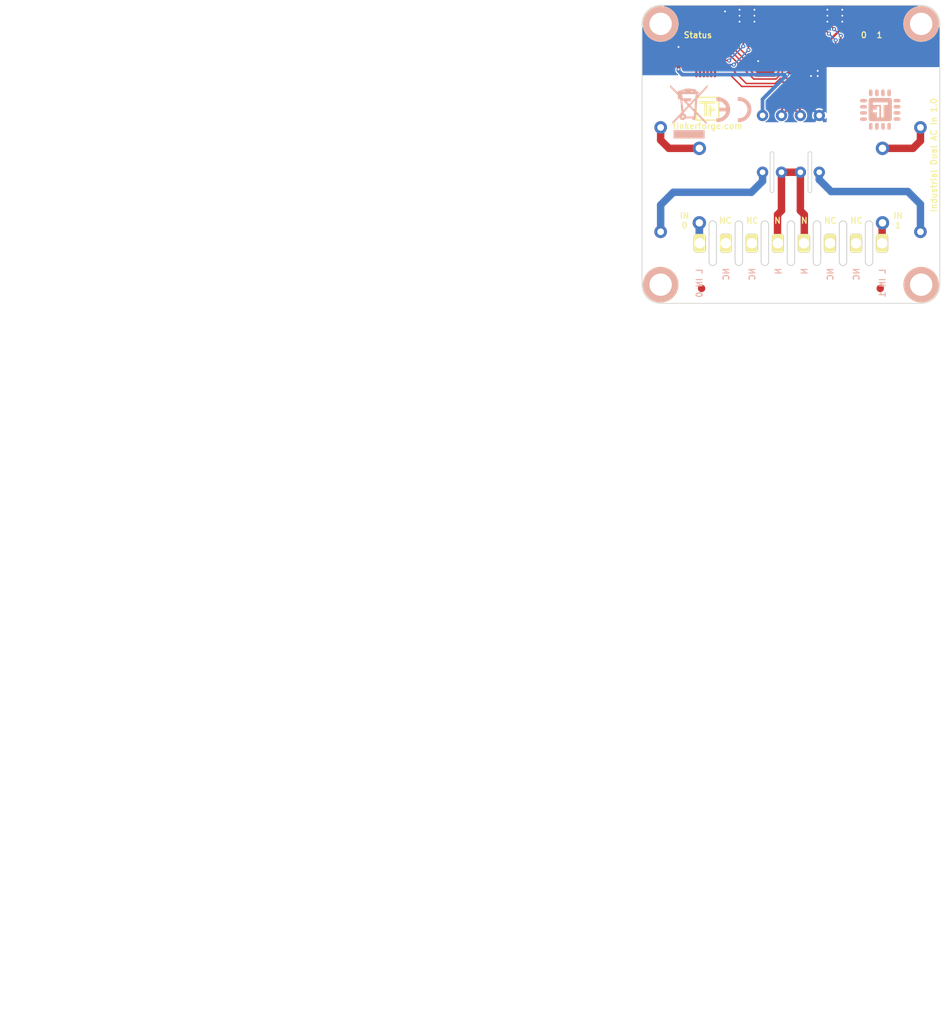
<source format=kicad_pcb>
(kicad_pcb (version 20211014) (generator pcbnew)
  (title_block (title "Industrial Dual AC IN Bricklet") (date "2022-11-16") (rev "1.0") (company "Tinkerforge GmbH") (comment 1 "Licensed under CERN OHL v.1.1") (comment 2 "Copyright (©) 2022, T.Schneidermann <tim@tinkerforge.com>"))
  (layers (0 "F.Cu" signal) (31 "B.Cu" signal) (34 "B.Paste" user) (35 "F.Paste" user) (36 "B.SilkS" user "B.Silkscreen") (37 "F.SilkS" user "F.Silkscreen") (38 "B.Mask" user) (39 "F.Mask" user) (44 "Edge.Cuts" user))
  (net 0 "")
  (net 1 "Net-(C1-Pad2)")
  (net 2 "GND")
  (net 3 "+5V")
  (net 4 "3V3")
  (net 5 "Net-(D1-Pad2)")
  (net 6 "L_IN1")
  (net 7 "Net-(D115-Pad2)")
  (net 8 "L_IN0")
  (net 9 "Net-(D116-Pad2)")
  (net 10 "Net-(P1-Pad4)")
  (net 11 "Net-(P1-Pad5)")
  (net 12 "Net-(P1-Pad6)")
  (net 13 "Net-(P2-Pad2)")
  (net 14 "Net-(P3-Pad1)")
  (net 17 "N")
  (net 20 "Net-(R1-Pad1)")
  (net 21 "Net-(R3-Pad1)")
  (net 22 "Net-(R116-Pad2)")
  (net 23 "S-MISO")
  (net 24 "S-MOSI")
  (net 25 "S-CLK")
  (net 26 "S-CS")
  (net 27 "AC1")
  (net 28 "AC0")
  (net 29 "Net-(RP105-Pad5)")
  (net 30 "Net-(RP105-Pad7)")
  (net 31 "Net-(R118-Pad2)")
  (net 40 "Net-(D2-Pad2)")
  (net 41 "Net-(D3-Pad2)")
  (net 42 "Net-(R2-Pad1)")
  (footprint "kicad-libraries:D0603E" (layer "F.Cu") (at 107.55 61.8 -90)
    (fp_text reference "D1")
    (fp_text value "blue")
    (pad "1" smd rect locked (at -0.8501 0 270) (size 1.1 1) (layers "F.Cu" "F.Paste" "F.Mask") (net 4 "3V3"))
    (pad "2" smd rect locked (at 0.8501 0 270) (size 1.1 1) (layers "F.Cu" "F.Paste" "F.Mask") (net 5 "Net-(D1-Pad2)"))
  )
  (footprint "kicad-libraries:R0603F" (layer "F.Cu") (at 129 65.3)
    (fp_text reference "R2")
    (fp_text value "1k")
    (pad "1" smd rect locked (at -0.75 0) (size 0.9 0.9) (layers "F.Cu" "F.Paste" "F.Mask") (net 42 "Net-(R2-Pad1)"))
    (pad "2" smd rect locked (at 0.75 0) (size 0.9 0.9) (layers "F.Cu" "F.Paste" "F.Mask") (net 40 "Net-(D2-Pad2)"))
  )
  (footprint "kicad-libraries:DEBUG_PAD" (layer "F.Cu") (at 111.1 63.4)
    (fp_text reference "P3")
    (fp_text value "Debug")
    (pad "1" smd circle locked (at 0 0) (size 0.7 0.7) (layers "F.Cu" "F.Paste" "F.Mask") (net 14 "Net-(P3-Pad1)"))
  )
  (footprint "kicad-libraries:QFN24-4x4mm-0.5mm" (layer "F.Cu") (at 108.55 67.15 -90)
    (fp_text reference "U1")
    (fp_text value "XMC1100")
    (pad "1" smd oval locked (at -2.025 -1.25 270) (size 1 0.3) (layers "F.Cu" "F.Paste" "F.Mask") (net 23 "S-MISO"))
    (pad "2" smd oval locked (at -2.025 -0.75 270) (size 1 0.3) (layers "F.Cu" "F.Paste" "F.Mask") (net 14 "Net-(P3-Pad1)"))
    (pad "3" smd oval locked (at -2.025 -0.25 270) (size 1 0.3) (layers "F.Cu" "F.Paste" "F.Mask") (net 13 "Net-(P2-Pad2)"))
    (pad "4" smd oval locked (at -2.025 0.25 270) (size 1 0.3) (layers "F.Cu" "F.Paste" "F.Mask"))
    (pad "5" smd oval locked (at -2.025 0.75 270) (size 1 0.3) (layers "F.Cu" "F.Paste" "F.Mask"))
    (pad "6" smd oval locked (at -2.025 1.25 270) (size 1 0.3) (layers "F.Cu" "F.Paste" "F.Mask"))
    (pad "7" smd oval locked (at -1.25 2.025) (size 1 0.3) (layers "F.Cu" "F.Paste" "F.Mask") (net 20 "Net-(R1-Pad1)"))
    (pad "8" smd oval locked (at -0.75 2.025) (size 1 0.3) (layers "F.Cu" "F.Paste" "F.Mask"))
    (pad "9" smd oval locked (at -0.25 2.025) (size 1 0.3) (layers "F.Cu" "F.Paste" "F.Mask") (net 2 "GND"))
    (pad "10" smd oval locked (at 0.25 2.025) (size 1 0.3) (layers "F.Cu" "F.Paste" "F.Mask") (net 4 "3V3"))
    (pad "11" smd oval locked (at 0.75 2.025) (size 1 0.3) (layers "F.Cu" "F.Paste" "F.Mask"))
    (pad "12" smd oval locked (at 1.25 2.025) (size 1 0.3) (layers "F.Cu" "F.Paste" "F.Mask"))
    (pad "13" smd oval locked (at 2.025 1.25 270) (size 1 0.3) (layers "F.Cu" "F.Paste" "F.Mask"))
    (pad "14" smd oval locked (at 2.025 0.75 270) (size 1 0.3) (layers "F.Cu" "F.Paste" "F.Mask"))
    (pad "15" smd oval locked (at 2.025 0.25 270) (size 1 0.3) (layers "F.Cu" "F.Paste" "F.Mask"))
    (pad "16" smd oval locked (at 2.025 -0.25 270) (size 1 0.3) (layers "F.Cu" "F.Paste" "F.Mask"))
    (pad "17" smd oval locked (at 2.025 -0.75 270) (size 1 0.3) (layers "F.Cu" "F.Paste" "F.Mask"))
    (pad "18" smd oval locked (at 2.025 -1.25 270) (size 1 0.3) (layers "F.Cu" "F.Paste" "F.Mask") (net 28 "AC0"))
    (pad "19" smd oval locked (at 1.25 -2.025) (size 1 0.3) (layers "F.Cu" "F.Paste" "F.Mask") (net 27 "AC1"))
    (pad "20" smd oval locked (at 0.75 -2.025) (size 1 0.3) (layers "F.Cu" "F.Paste" "F.Mask") (net 21 "Net-(R3-Pad1)"))
    (pad "21" smd oval locked (at 0.25 -2.025) (size 1 0.3) (layers "F.Cu" "F.Paste" "F.Mask") (net 42 "Net-(R2-Pad1)"))
    (pad "22" smd oval locked (at -0.25 -2.025) (size 1 0.3) (layers "F.Cu" "F.Paste" "F.Mask") (net 26 "S-CS"))
    (pad "23" smd oval locked (at -0.75 -2.025) (size 1 0.3) (layers "F.Cu" "F.Paste" "F.Mask") (net 25 "S-CLK"))
    (pad "24" smd oval locked (at -1.25 -2.025) (size 1 0.3) (layers "F.Cu" "F.Paste" "F.Mask") (net 24 "S-MOSI"))
    (pad "EXP" smd rect locked (at 0.65 -0.65 270) (size 1.3 1.3) (layers "F.Cu" "F.Paste" "F.Mask") (net 2 "GND"))
    (pad "EXP" smd rect locked (at 0.65 0.65 270) (size 1.3 1.3) (layers "F.Cu" "F.Paste" "F.Mask") (net 2 "GND"))
    (pad "EXP" smd rect locked (at -0.65 0.65 270) (size 1.3 1.3) (layers "F.Cu" "F.Paste" "F.Mask") (net 2 "GND"))
    (pad "EXP" smd rect locked (at -0.65 -0.65 270) (size 1.3 1.3) (layers "F.Cu" "F.Paste" "F.Mask") (net 2 "GND"))
  )
  (footprint "kicad-libraries:Fiducial_Mark" (layer "F.Cu") (at 108 98)
    (fp_text reference "Fiducial_Mark" hide)
    (fp_text value "VAL**" hide)
    (pad "1" smd circle locked (at 0 0) (size 1.00076 1.00076) (layers "F.Cu" "F.Paste" "F.Mask") (clearance 0.65024))
  )
  (footprint "kicad-libraries:Fiducial_Mark" (layer "F.Cu") (at 134 66)
    (fp_text reference "Fiducial_Mark" hide)
    (fp_text value "VAL**" hide)
    (pad "1" smd circle locked (at 0 0) (size 1.00076 1.00076) (layers "F.Cu" "F.Paste" "F.Mask") (clearance 0.65024))
  )
  (footprint "kicad-libraries:DO-41" (layer "F.Cu") (at 132.3 84.2 90)
    (fp_text reference "D116")
    (fp_text value "1N4007")
    (pad "1" thru_hole circle locked (at -5 0 90) (size 1.8 1.8) (drill 1) (layers *.Cu *.Mask) (net 6 "L_IN1"))
    (pad "2" thru_hole circle locked (at 5 0 90) (size 1.8 1.8) (drill 1) (layers *.Cu *.Mask) (net 9 "Net-(D116-Pad2)"))
  )
  (footprint "kicad-libraries:DRILL_NP" (layer "F.Cu") (at 102.5 97.5)
    (fp_text reference "Drill3" hide)
    (fp_text value "DRILL" hide)
    (pad "" np_thru_hole circle locked (at 0 0) (size 2.99974 2.99974) (drill 2.99974) (layers *.Cu *.Mask "F.SilkS") (clearance 0.89916))
  )
  (footprint "kicad-libraries:DRILL_NP" (layer "F.Cu") (at 102.5 62.5)
    (fp_text reference "Drill4" hide)
    (fp_text value "DRILL" hide)
    (pad "" np_thru_hole circle locked (at 0 0) (size 2.99974 2.99974) (drill 2.99974) (layers *.Cu *.Mask "F.SilkS") (clearance 0.89916))
  )
  (footprint "kicad-libraries:R0603F" (layer "F.Cu") (at 129 66.6)
    (fp_text reference "R3")
    (fp_text value "1k")
    (pad "1" smd rect locked (at -0.75 0) (size 0.9 0.9) (layers "F.Cu" "F.Paste" "F.Mask") (net 21 "Net-(R3-Pad1)"))
    (pad "2" smd rect locked (at 0.75 0) (size 0.9 0.9) (layers "F.Cu" "F.Paste" "F.Mask") (net 41 "Net-(D3-Pad2)"))
  )
  (footprint "kicad-libraries:Fiducial_Mark" (layer "F.Cu") (at 102 68)
    (fp_text reference "Fiducial_Mark" hide)
    (fp_text value "VAL**" hide)
    (pad "1" smd circle locked (at 0 0) (size 1.00076 1.00076) (layers "F.Cu" "F.Paste" "F.Mask") (clearance 0.65024))
  )
  (footprint "kicad-libraries:OQ_8P_230V" (layer "F.Cu") (at 120 91.93425)
    (fp_text reference "P4")
    (fp_text value "Input")
    (fp_line (start -6.5 -2.5) (end -6.5 2.5) (layer "Edge.Cuts") (width 0.12))
    (fp_line (start -7.5 -2.5) (end -7.5 2.5) (layer "Edge.Cuts") (width 0.12))
    (fp_line (start -0.5 -2.5) (end -0.5 2.5) (layer "Edge.Cuts") (width 0.12))
    (fp_line (start -11 -2.5) (end -11 2.5) (layer "Edge.Cuts") (width 0.12))
    (fp_line (start 4 -2.5) (end 4 2.5) (layer "Edge.Cuts") (width 0.12))
    (fp_line (start 3 -2.5) (end 3 2.5) (layer "Edge.Cuts") (width 0.12))
    (fp_line (start 0.5 -2.5) (end 0.5 2.5) (layer "Edge.Cuts") (width 0.12))
    (fp_line (start 10 -2.5) (end 10 2.5) (layer "Edge.Cuts") (width 0.12))
    (fp_line (start -4 -2.5) (end -4 2.5) (layer "Edge.Cuts") (width 0.12))
    (fp_line (start 7.5 -2.5) (end 7.5 2.5) (layer "Edge.Cuts") (width 0.12))
    (fp_line (start -3 -2.5) (end -3 2.5) (layer "Edge.Cuts") (width 0.12))
    (fp_line (start 11 -2.5) (end 11 2.5) (layer "Edge.Cuts") (width 0.12))
    (fp_line (start -10 -2.5) (end -10 2.5) (layer "Edge.Cuts") (width 0.12))
    (fp_line (start 6.5 -2.5) (end 6.5 2.5) (layer "Edge.Cuts") (width 0.12))
    (fp_arc (start 3 -2.5) (mid 3.5 -3) (end 4 -2.5) (layer "Edge.Cuts") (width 0.12))
    (fp_arc (start 7.5 2.5) (mid 7 3) (end 6.5 2.5) (layer "Edge.Cuts") (width 0.12))
    (fp_arc (start -10 2.5) (mid -10.5 3) (end -11 2.5) (layer "Edge.Cuts") (width 0.12))
    (fp_arc (start -11 -2.5) (mid -10.5 -3) (end -10 -2.5) (layer "Edge.Cuts") (width 0.12))
    (fp_arc (start 0.5 2.5) (mid 0 3) (end -0.5 2.5) (layer "Edge.Cuts") (width 0.12))
    (fp_arc (start 10 -2.5) (mid 10.5 -3) (end 11 -2.5) (layer "Edge.Cuts") (width 0.12))
    (fp_arc (start -7.5 -2.5) (mid -7 -3) (end -6.5 -2.5) (layer "Edge.Cuts") (width 0.12))
    (fp_arc (start 6.5 -2.5) (mid 7 -3) (end 7.5 -2.5) (layer "Edge.Cuts") (width 0.12))
    (fp_arc (start -3 2.5) (mid -3.5 3) (end -4 2.5) (layer "Edge.Cuts") (width 0.12))
    (fp_arc (start 11 2.5) (mid 10.5 3) (end 10 2.5) (layer "Edge.Cuts") (width 0.12))
    (fp_arc (start -4 -2.5) (mid -3.5 -3) (end -3 -2.5) (layer "Edge.Cuts") (width 0.12))
    (fp_arc (start 4 2.5) (mid 3.5 3) (end 3 2.5) (layer "Edge.Cuts") (width 0.12))
    (fp_arc (start -0.5 -2.5) (mid 0 -3) (end 0.5 -2.5) (layer "Edge.Cuts") (width 0.12))
    (fp_arc (start -6.5 2.5) (mid -7 3) (end -7.5 2.5) (layer "Edge.Cuts") (width 0.12))
    (pad "1" thru_hole roundrect (at -12.25042 0) (size 1.6 2.5) (drill 1.4) (layers *.Cu *.Mask "F.SilkS") (net 8 "L_IN0"))
    (pad "2" thru_hole roundrect (at -8.7503 0) (size 1.6 2.5) (drill 1.4) (layers *.Cu *.Mask "F.SilkS"))
    (pad "3" thru_hole roundrect (at -5.25018 0) (size 1.6 2.5) (drill 1.4) (layers *.Cu *.Mask "F.SilkS"))
    (pad "4" thru_hole roundrect (at -1.75006 0) (size 1.6 2.5) (drill 1.4) (layers *.Cu *.Mask "F.SilkS") (net 17 "N"))
    (pad "5" thru_hole roundrect (at 1.75006 0) (size 1.6 2.5) (drill 1.4) (layers *.Cu *.Mask "F.SilkS") (net 17 "N"))
    (pad "6" thru_hole roundrect (at 5.25018 0) (size 1.6 2.5) (drill 1.4) (layers *.Cu *.Mask "F.SilkS"))
    (pad "7" thru_hole roundrect (at 8.7503 0) (size 1.6 2.5) (drill 1.4) (layers *.Cu *.Mask "F.SilkS"))
    (pad "8" thru_hole roundrect (at 12.25042 0) (size 1.6 2.5) (drill 1.4) (layers *.Cu *.Mask "F.SilkS") (net 6 "L_IN1"))
  )
  (footprint "kicad-libraries:DRILL_NP" (layer "F.Cu") (at 137.5 62.5)
    (fp_text reference "Drill2" hide)
    (fp_text value "DRILL" hide)
    (pad "" np_thru_hole circle locked (at 0 0) (size 2.99974 2.99974) (drill 2.99974) (layers *.Cu *.Mask "F.SilkS") (clearance 0.89916))
  )
  (footprint "kicad-libraries:C0603F" (layer "F.Cu") (at 121.9 68.8 180)
    (fp_text reference "C3")
    (fp_text value "1uF")
    (pad "1" smd rect locked (at -0.75 0 180) (size 0.9 0.9) (layers "F.Cu" "F.Paste" "F.Mask") (net 2 "GND"))
    (pad "2" smd rect locked (at 0.75 0 180) (size 0.9 0.9) (layers "F.Cu" "F.Paste" "F.Mask") (net 4 "3V3"))
  )
  (footprint "kicad-libraries:DIP-8" (layer "F.Cu") (at 120 78.6 180)
    (fp_text reference "U109")
    (fp_text value "HCPL2731")
    (pad "1" thru_hole circle locked (at 3.81 -3.81 180) (size 1.524 1.524) (drill 0.762) (layers *.Cu *.Mask) (net 31 "Net-(R118-Pad2)"))
    (pad "2" thru_hole circle locked (at 1.27 -3.81 180) (size 1.524 1.524) (drill 0.762) (layers *.Cu *.Mask) (net 17 "N"))
    (pad "3" thru_hole circle locked (at -1.27 -3.81 180) (size 1.524 1.524) (drill 0.762) (layers *.Cu *.Mask) (net 17 "N"))
    (pad "4" thru_hole circle locked (at -3.81 -3.81 180) (size 1.524 1.524) (drill 0.762) (layers *.Cu *.Mask) (net 22 "Net-(R116-Pad2)"))
    (pad "5" thru_hole circle locked (at -3.81 3.81 180) (size 1.524 1.524) (drill 0.762) (layers *.Cu *.Mask) (net 2 "GND"))
    (pad "6" thru_hole circle locked (at -1.27 3.81 180) (size 1.524 1.524) (drill 0.762) (layers *.Cu *.Mask) (net 29 "Net-(RP105-Pad5)"))
    (pad "7" thru_hole circle locked (at 1.27 3.81 180) (size 1.524 1.524) (drill 0.762) (layers *.Cu *.Mask) (net 30 "Net-(RP105-Pad7)"))
    (pad "8" thru_hole circle locked (at 3.81 3.81 180) (size 1.524 1.524) (drill 0.762) (layers *.Cu *.Mask) (net 4 "3V3"))
  )
  (footprint "kicad-libraries:DO-41" (layer "F.Cu") (at 107.7 84.2 90)
    (fp_text reference "D115")
    (fp_text value "1N4007")
    (pad "1" thru_hole circle locked (at -5 0 90) (size 1.8 1.8) (drill 1) (layers *.Cu *.Mask) (net 8 "L_IN0"))
    (pad "2" thru_hole circle locked (at 5 0 90) (size 1.8 1.8) (drill 1) (layers *.Cu *.Mask) (net 7 "Net-(D115-Pad2)"))
  )
  (footprint "kicad-libraries:D0603E" (layer "F.Cu") (at 131.9 61.8501 -90)
    (fp_text reference "D3")
    (fp_text value "blue")
    (pad "1" smd rect locked (at -0.8501 0 270) (size 1.1 1) (layers "F.Cu" "F.Paste" "F.Mask") (net 4 "3V3"))
    (pad "2" smd rect locked (at 0.8501 0 270) (size 1.1 1) (layers "F.Cu" "F.Paste" "F.Mask") (net 41 "Net-(D3-Pad2)"))
  )
  (footprint "kicad-libraries:SolderJumper" (layer "F.Cu") (at 111.15 61.925 -90)
    (fp_text reference "P2")
    (fp_text value "BOOT")
    (pad "1" smd rect locked (at -0.225 -0.55 270) (size 0.95 0.3) (layers "F.Cu" "F.Mask") (net 2 "GND"))
    (pad "1" smd rect locked (at -0.225 0.55 270) (size 0.95 0.3) (layers "F.Cu" "F.Mask") (net 2 "GND"))
    (pad "1" smd rect locked (at -0.5 0 270) (size 0.4 1.4) (layers "F.Cu" "F.Mask") (net 2 "GND"))
    (pad "2" smd rect locked (at 0.55 0 270) (size 0.3 1.4) (layers "F.Cu" "F.Mask") (net 13 "Net-(P2-Pad2)"))
    (pad "2" smd rect locked (at 0.15 0 270) (size 0.6 0.5) (layers "F.Cu" "F.Mask") (net 13 "Net-(P2-Pad2)"))
  )
  (footprint "kicad-libraries:Logo_31x31" (layer "F.Cu") (at 108.8 73.9)
    (fp_text reference "G***" hide)
    (fp_text value "LOGO" hide)
  )
  (footprint "kicad-libraries:RNF12-2" (layer "F.Cu") (at 102.5 83.4 -90)
    (fp_text reference "R118")
    (fp_text value "RNF12FTD249K")
    (pad "1" thru_hole circle locked (at -7 0 270) (size 1.7 1.7) (drill 0.9) (layers *.Cu *.Mask) (net 7 "Net-(D115-Pad2)"))
    (pad "2" thru_hole circle locked (at 7 0 270) (size 1.7 1.7) (drill 0.9) (layers *.Cu *.Mask) (net 31 "Net-(R118-Pad2)"))
  )
  (footprint "kicad-libraries:4X0603" (layer "F.Cu") (at 120.00122 72.1)
    (fp_text reference "RP105")
    (fp_text value "10k")
    (pad "1" smd rect locked (at -1.19888 -0.8509) (size 0.44958 0.89916) (layers "F.Cu" "F.Paste" "F.Mask") (net 4 "3V3"))
    (pad "2" smd rect locked (at -0.39878 -0.8509) (size 0.44958 0.89916) (layers "F.Cu" "F.Paste" "F.Mask") (net 28 "AC0"))
    (pad "3" smd rect locked (at 0.39878 -0.8509) (size 0.44958 0.89916) (layers "F.Cu" "F.Paste" "F.Mask") (net 27 "AC1"))
    (pad "4" smd rect locked (at 1.19888 -0.8509) (size 0.44958 0.89916) (layers "F.Cu" "F.Paste" "F.Mask") (net 4 "3V3"))
    (pad "5" smd rect locked (at 1.19888 0.8509) (size 0.44958 0.89916) (layers "F.Cu" "F.Paste" "F.Mask") (net 29 "Net-(RP105-Pad5)"))
    (pad "6" smd rect locked (at 0.39878 0.8509) (size 0.44958 0.89916) (layers "F.Cu" "F.Paste" "F.Mask") (net 29 "Net-(RP105-Pad5)"))
    (pad "7" smd rect locked (at -0.39878 0.8509) (size 0.44958 0.89916) (layers "F.Cu" "F.Paste" "F.Mask") (net 30 "Net-(RP105-Pad7)"))
    (pad "8" smd rect locked (at -1.19888 0.8509) (size 0.44958 0.89916) (layers "F.Cu" "F.Paste" "F.Mask") (net 30 "Net-(RP105-Pad7)"))
  )
  (footprint "kicad-libraries:C0805E" (layer "F.Cu") (at 121.9 67.1 180)
    (fp_text reference "C2")
    (fp_text value "10uF")
    (pad "1" smd rect locked (at -0.95 0 180) (size 1.3 1.5) (layers "F.Cu" "F.Paste" "F.Mask") (net 2 "GND") (clearance 0.14986))
    (pad "2" smd rect locked (at 0.95 0 180) (size 1.3 1.5) (layers "F.Cu" "F.Paste" "F.Mask") (net 4 "3V3") (clearance 0.14986))
  )
  (footprint "kicad-libraries:C0603F" (layer "F.Cu") (at 104.9 67.1 90)
    (fp_text reference "C4")
    (fp_text value "100nF")
    (pad "1" smd rect locked (at -0.75 0 90) (size 0.9 0.9) (layers "F.Cu" "F.Paste" "F.Mask") (net 4 "3V3"))
    (pad "2" smd rect locked (at 0.75 0 90) (size 0.9 0.9) (layers "F.Cu" "F.Paste" "F.Mask") (net 2 "GND"))
  )
  (footprint "kicad-libraries:4X0402" (layer "F.Cu") (at 118.1 67.2 180)
    (fp_text reference "RP1")
    (fp_text value "82")
    (pad "1" smd rect locked (at -0.7493 0.575) (size 0.29972 0.65) (layers "F.Cu" "F.Paste" "F.Mask") (net 10 "Net-(P1-Pad4)"))
    (pad "2" smd rect locked (at -0.24892 0.575) (size 0.29972 0.65) (layers "F.Cu" "F.Paste" "F.Mask") (net 11 "Net-(P1-Pad5)"))
    (pad "3" smd rect locked (at 0.24892 0.575) (size 0.29972 0.65) (layers "F.Cu" "F.Paste" "F.Mask") (net 12 "Net-(P1-Pad6)"))
    (pad "4" smd rect locked (at 0.7493 0.575) (size 0.29972 0.65) (layers "F.Cu" "F.Paste" "F.Mask") (net 1 "Net-(C1-Pad2)"))
    (pad "5" smd rect locked (at 0.7493 -0.575 180) (size 0.29972 0.65) (layers "F.Cu" "F.Paste" "F.Mask") (net 23 "S-MISO"))
    (pad "6" smd rect locked (at 0.24892 -0.575 180) (size 0.29972 0.65) (layers "F.Cu" "F.Paste" "F.Mask") (net 24 "S-MOSI"))
    (pad "7" smd rect locked (at -0.24892 -0.575 180) (size 0.29972 0.65) (layers "F.Cu" "F.Paste" "F.Mask") (net 25 "S-CLK"))
    (pad "8" smd rect locked (at -0.7493 -0.575 180) (size 0.29972 0.65) (layers "F.Cu" "F.Paste" "F.Mask") (net 26 "S-CS"))
  )
  (footprint "kicad-libraries:CON-SENSOR2" (layer "F.Cu") (at 120 59.975 180)
    (fp_text reference "P1")
    (fp_text value "CON-SENSOR2")
    (pad "1" smd rect locked (at -3.75 -4.6 180) (size 0.6 1.8) (layers "F.Cu" "F.Paste" "F.Mask") (net 3 "+5V"))
    (pad "2" smd rect locked (at -2.5 -4.6 180) (size 0.6 1.8) (layers "F.Cu" "F.Paste" "F.Mask") (net 2 "GND"))
    (pad "3" smd rect locked (at -1.25 -4.6 180) (size 0.6 1.8) (layers "F.Cu" "F.Paste" "F.Mask") (net 4 "3V3"))
    (pad "4" smd rect locked (at 0 -4.6 180) (size 0.6 1.8) (layers "F.Cu" "F.Paste" "F.Mask") (net 10 "Net-(P1-Pad4)"))
    (pad "5" smd rect locked (at 1.25 -4.6 180) (size 0.6 1.8) (layers "F.Cu" "F.Paste" "F.Mask") (net 11 "Net-(P1-Pad5)"))
    (pad "6" smd rect locked (at 2.5 -4.6 180) (size 0.6 1.8) (layers "F.Cu" "F.Paste" "F.Mask") (net 12 "Net-(P1-Pad6)"))
    (pad "7" smd rect locked (at 3.75 -4.6 180) (size 0.6 1.8) (layers "F.Cu" "F.Paste" "F.Mask") (net 1 "Net-(C1-Pad2)"))
    (pad "EP" smd rect locked (at 5.9 -1.2 180) (size 1.4 2.4) (layers "F.Cu" "F.Paste" "F.Mask") (net 2 "GND"))
    (pad "EP" smd rect locked (at -5.9 -1.2 180) (size 1.4 2.4) (layers "F.Cu" "F.Paste" "F.Mask") (net 2 "GND"))
  )
  (footprint "kicad-libraries:RNF12-2" (layer "F.Cu") (at 137.4 83.4 -90)
    (fp_text reference "R116")
    (fp_text value "RNF12FTD249K")
    (pad "1" thru_hole circle locked (at -7 0 270) (size 1.7 1.7) (drill 0.9) (layers *.Cu *.Mask) (net 9 "Net-(D116-Pad2)"))
    (pad "2" thru_hole circle locked (at 7 0 270) (size 1.7 1.7) (drill 0.9) (layers *.Cu *.Mask) (net 22 "Net-(R116-Pad2)"))
  )
  (footprint "kicad-libraries:R0603F" (layer "F.Cu") (at 108.95 61.8 90)
    (fp_text reference "R1")
    (fp_text value "1k")
    (pad "1" smd rect locked (at -0.75 0 90) (size 0.9 0.9) (layers "F.Cu" "F.Paste" "F.Mask") (net 20 "Net-(R1-Pad1)"))
    (pad "2" smd rect locked (at 0.75 0 90) (size 0.9 0.9) (layers "F.Cu" "F.Paste" "F.Mask") (net 5 "Net-(D1-Pad2)"))
  )
  (footprint "kicad-libraries:DRILL_NP" (layer "F.Cu") (at 137.5 97.5)
    (fp_text reference "Drill1" hide)
    (fp_text value "DRILL" hide)
    (pad "" np_thru_hole circle locked (at 0 0) (size 2.99974 2.99974) (drill 2.99974) (layers *.Cu *.Mask "F.SilkS") (clearance 0.89916))
  )
  (footprint "kicad-libraries:C0402F" (layer "F.Cu") (at 116.4 67.2 90)
    (fp_text reference "C1")
    (fp_text value "220pF")
    (pad "1" smd rect locked (at -0.5 0 90) (size 0.6 0.7) (layers "F.Cu" "F.Paste" "F.Mask") (net 2 "GND"))
    (pad "2" smd rect locked (at 0.5 0 90) (size 0.6 0.7) (layers "F.Cu" "F.Paste" "F.Mask") (net 1 "Net-(C1-Pad2)"))
  )
  (footprint "kicad-libraries:Fiducial_Mark" (layer "F.Cu") (at 132 98)
    (fp_text reference "Fiducial_Mark" hide)
    (fp_text value "VAL**" hide)
    (pad "1" smd circle locked (at 0 0) (size 1.00076 1.00076) (layers "F.Cu" "F.Paste" "F.Mask") (clearance 0.65024))
  )
  (footprint "kicad-libraries:D0603E" (layer "F.Cu") (at 129.8 61.8501 -90)
    (fp_text reference "D2")
    (fp_text value "blue")
    (pad "1" smd rect locked (at -0.8501 0 270) (size 1.1 1) (layers "F.Cu" "F.Paste" "F.Mask") (net 4 "3V3"))
    (pad "2" smd rect locked (at 0.8501 0 270) (size 1.1 1) (layers "F.Cu" "F.Paste" "F.Mask") (net 40 "Net-(D2-Pad2)"))
  )
  (footprint "kicad-libraries:WEEE_7mm" (layer "B.Cu") (at 106.3 74.3 180)
    (fp_text reference "VAL" hide)
    (fp_text value "WEEE_7mm" hide)
  )
  (footprint "kicad-libraries:Logo_CoMCU" (layer "B.Cu") (at 132 74 180)
    (fp_text reference "G***" hide)
    (fp_text value "LOGO" hide)
  )
  (footprint "kicad-libraries:CE_5mm" (layer "B.Cu") (at 112.3 74 180)
    (fp_text reference "VAL" hide)
    (fp_text value "CE_5mm" hide)
  )
  (gr_line (start 117.7 84.9) (end 117.7 79.9) (layer "Edge.Cuts") (width 0.09906))
  (gr_line (start 102.5 60) (end 137.5 60) (layer "Edge.Cuts") (width 0.09906))
  (gr_arc (start 100 62.5) (mid 100.732233 60.732233) (end 102.5 60) (layer "Edge.Cuts") (width 0.09906))
  (gr_arc (start 137.5 60) (mid 139.267767 60.732233) (end 140 62.5) (layer "Edge.Cuts") (width 0.09906))
  (gr_line (start 140 62.5) (end 140 97.5) (layer "Edge.Cuts") (width 0.09906))
  (gr_line (start 100 97.5) (end 100 62.5) (layer "Edge.Cuts") (width 0.09906))
  (gr_arc (start 122.3 79.9) (mid 122.55 79.65) (end 122.8 79.9) (layer "Edge.Cuts") (width 0.09906))
  (gr_arc (start 117.7 84.9) (mid 117.45 85.15) (end 117.2 84.9) (layer "Edge.Cuts") (width 0.09906))
  (gr_line (start 122.3 79.9) (end 122.3 84.9) (layer "Edge.Cuts") (width 0.09906))
  (gr_arc (start 117.2 79.9) (mid 117.45 79.65) (end 117.7 79.9) (layer "Edge.Cuts") (width 0.09906))
  (gr_arc (start 140 97.5) (mid 139.267767 99.267767) (end 137.5 100) (layer "Edge.Cuts") (width 0.09906))
  (gr_line (start 117.2 79.9) (end 117.2 84.9) (layer "Edge.Cuts") (width 0.09906))
  (gr_line (start 122.8 84.9) (end 122.8 79.9) (layer "Edge.Cuts") (width 0.09906))
  (gr_arc (start 102.5 100) (mid 100.732233 99.267767) (end 100 97.5) (layer "Edge.Cuts") (width 0.09906))
  (gr_line (start 137.5 100) (end 102.5 100) (layer "Edge.Cuts") (width 0.09906))
  (gr_arc (start 122.8 84.9) (mid 122.55 85.15) (end 122.3 84.9) (layer "Edge.Cuts") (width 0.09906))
  (gr_text "NC" (at 111.3 96.1 90) (layer "B.SilkS") (effects (font (size 0.8 0.8)) (justify mirror)))
  (gr_text "NC" (at 114.8 96.1 90) (layer "B.SilkS") (effects (font (size 0.8 0.8)) (justify mirror)))
  (gr_text "L IN 1" (at 132.3 97.3 90) (layer "B.SilkS") (effects (font (size 0.8 0.8)) (justify mirror)))
  (gr_text "NC" (at 128.8 96.1 90) (layer "B.SilkS") (effects (font (size 0.8 0.8)) (justify mirror)))
  (gr_text "L IN 0" (at 107.7 97.3 90) (layer "B.SilkS") (effects (font (size 0.8 0.8)) (justify mirror)))
  (gr_text "NC" (at 125.3 96.1 90) (layer "B.SilkS") (effects (font (size 0.8 0.8)) (justify mirror)))
  (gr_text "N" (at 121.8 95.7 90) (layer "B.SilkS") (effects (font (size 0.8 0.8)) (justify mirror)))
  (gr_text "N" (at 118.3 95.7 90) (layer "B.SilkS") (effects (font (size 0.8 0.8)) (justify mirror)))
  (gr_text "NC" (at 128.8 88.9) (layer "F.SilkS") (effects (font (size 0.8 0.8))))
  (gr_text "NC" (at 125.3 88.9) (layer "F.SilkS") (effects (font (size 0.8 0.8))))
  (gr_text "tinkerforge.com" (at 108.8 76.2) (layer "F.SilkS") (effects (font (size 0.8 0.8))))
  (gr_text "Industrial Dual AC In 1.0" (at 139.2 80.1 90) (layer "F.SilkS") (effects (font (size 0.8 0.8))))
  (gr_text "Status" (at 107.5 64) (layer "F.SilkS") (effects (font (size 0.8 0.8))))
  (gr_text "IN\n1" (at 134.4 88.9) (layer "F.SilkS") (effects (font (size 0.8 0.8))))
  (gr_text "NC" (at 111.2 88.9) (layer "F.SilkS") (effects (font (size 0.8 0.8))))
  (gr_text "NC" (at 114.8 88.9) (layer "F.SilkS") (effects (font (size 0.8 0.8))))
  (gr_text "0" (at 129.8 64) (layer "F.SilkS") (effects (font (size 0.8 0.8))))
  (gr_text "N" (at 121.8 88.9) (layer "F.SilkS") (effects (font (size 0.8 0.8))))
  (gr_text "N" (at 118.2 88.9) (layer "F.SilkS") (effects (font (size 0.8 0.8))))
  (gr_text "1" (at 131.9 64) (layer "F.SilkS") (effects (font (size 0.8 0.8))))
  (gr_text "IN\n0" (at 105.7 88.9) (layer "F.SilkS") (effects (font (size 0.8 0.8))))
  (segment (start 116.4 66.7) (end 117.2757 66.7) (width 0.2) (layer "F.Cu") (net 1))
  (segment (start 117.2757 66.7) (end 117.3507 66.625) (width 0.2) (layer "F.Cu") (net 1))
  (segment (start 116.25 66.55) (end 116.4 66.7) (width 0.2) (layer "F.Cu") (net 1))
  (segment (start 116.25 64.575) (end 116.25 66.55) (width 0.2) (layer "F.Cu") (net 1))
  (segment (start 122.65 68.8) (end 122.9 68.8) (width 0.5) (layer "F.Cu") (net 2))
  (segment (start 109.2 67.8) (end 107.9 67.8) (width 0.2) (layer "F.Cu") (net 2))
  (segment (start 104.9 66.35) (end 104.9 65.6) (width 0.5) (layer "F.Cu") (net 2))
  (segment (start 122.7 69.5) (end 123.6 69.5) (width 0.5) (layer "F.Cu") (net 2))
  (segment (start 111.15 61.425) (end 110.875 61.425) (width 0.2) (layer "F.Cu") (net 2))
  (segment (start 105.35 66.35) (end 105.9 66.9) (width 0.2) (layer "F.Cu") (net 2))
  (segment (start 106.525 66.9) (end 107.5 66.9) (width 0.2) (layer "F.Cu") (net 2))
  (segment (start 122.85 68.6) (end 122.65 68.8) (width 0.5) (layer "F.Cu") (net 2))
  (segment (start 122.65 69.45) (end 122.7 69.5) (width 0.5) (layer "F.Cu") (net 2))
  (segment (start 122.85 67.1) (end 122.85 68.6) (width 0.5) (layer "F.Cu") (net 2))
  (segment (start 122.65 68.8) (end 122.65 69.45) (width 0.5) (layer "F.Cu") (net 2))
  (segment (start 107.9 66.5) (end 109.2 66.5) (width 0.2) (layer "F.Cu") (net 2))
  (segment (start 105.9 66.9) (end 106.525 66.9) (width 0.2) (layer "F.Cu") (net 2))
  (segment (start 109.2 66.5) (end 109.2 67.8) (width 0.2) (layer "F.Cu") (net 2))
  (segment (start 122.5 64.575) (end 122.5 66.75) (width 0.5) (layer "F.Cu") (net 2))
  (segment (start 111.15 61.425) (end 111.425 61.425) (width 0.2) (layer "F.Cu") (net 2))
  (segment (start 122.65 68.8) (end 123.6 68.8) (width 0.5) (layer "F.Cu") (net 2))
  (segment (start 122.9 68.8) (end 123.6 69.5) (width 0.5) (layer "F.Cu") (net 2))
  (segment (start 111.15 61.425) (end 111.15 60.825) (width 0.2) (layer "F.Cu") (net 2))
  (segment (start 111.425 61.425) (end 111.7 61.7) (width 0.2) (layer "F.Cu") (net 2))
  (segment (start 122.5 66.75) (end 122.85 67.1) (width 0.5) (layer "F.Cu") (net 2))
  (segment (start 115.8 67.7) (end 115.6 67.5) (width 0.2) (layer "F.Cu") (net 2))
  (segment (start 104.9 66.35) (end 105.35 66.35) (width 0.2) (layer "F.Cu") (net 2))
  (segment (start 123.6 69.5) (end 123.6 68.8) (width 0.5) (layer "F.Cu") (net 2))
  (segment (start 107.5 66.9) (end 107.9 66.5) (width 0.2) (layer "F.Cu") (net 2))
  (segment (start 116.4 67.7) (end 115.8 67.7) (width 0.2) (layer "F.Cu") (net 2))
  (segment (start 110.875 61.425) (end 110.6 61.7) (width 0.2) (layer "F.Cu") (net 2))
  (via (at 124.9 60.6) (size 0.55) (drill 0.25) (layers "F.Cu" "B.Cu") (net 2))
  (via (at 113.1 62.2) (size 0.55) (drill 0.25) (layers "F.Cu" "B.Cu") (net 2))
  (via (at 124.9 62.2) (size 0.55) (drill 0.25) (layers "F.Cu" "B.Cu") (net 2))
  (via (at 124.9 61.4) (size 0.55) (drill 0.25) (layers "F.Cu" "B.Cu") (net 2))
  (via (at 115.1 60.6) (size 0.55) (drill 0.25) (layers "F.Cu" "B.Cu") (net 2))
  (via (at 115.6 67.5) (size 0.55) (drill 0.25) (layers "F.Cu" "B.Cu") (net 2))
  (via (at 123.6 69.5) (size 0.55) (drill 0.25) (layers "F.Cu" "B.Cu") (net 2))
  (via (at 115.1 62.2) (size 0.55) (drill 0.25) (layers "F.Cu" "B.Cu") (net 2))
  (via (at 122.7 69.5) (size 0.55) (drill 0.25) (layers "F.Cu" "B.Cu") (net 2))
  (via (at 113.1 61.4) (size 0.55) (drill 0.25) (layers "F.Cu" "B.Cu") (net 2))
  (via (at 115.1 61.4) (size 0.55) (drill 0.25) (layers "F.Cu" "B.Cu") (net 2))
  (via (at 113.1 60.6) (size 0.55) (drill 0.25) (layers "F.Cu" "B.Cu") (net 2))
  (via (at 104.9 65.6) (size 0.55) (drill 0.25) (layers "F.Cu" "B.Cu") (net 2))
  (via (at 126.9 60.6) (size 0.55) (drill 0.25) (layers "F.Cu" "B.Cu") (net 2))
  (via (at 126.9 61.4) (size 0.55) (drill 0.25) (layers "F.Cu" "B.Cu") (net 2))
  (via (at 123.6 68.8) (size 0.55) (drill 0.25) (layers "F.Cu" "B.Cu") (net 2))
  (via (at 111.15 60.825) (size 0.55) (drill 0.25) (layers "F.Cu" "B.Cu") (net 2))
  (via (at 126.9 62.2) (size 0.55) (drill 0.25) (layers "F.Cu" "B.Cu") (net 2))
  (segment (start 124.5 65.411759) (end 128.911759 61) (width 0.3) (layer "F.Cu") (net 4))
  (segment (start 104.25 67.85) (end 104.1 67.7) (width 0.25) (layer "F.Cu") (net 4))
  (segment (start 104.1 67.7) (end 104.1 65.623596) (width 0.25) (layer "F.Cu") (net 4))
  (segment (start 120.95 68.6) (end 121.15 68.8) (width 0.5) (layer "F.Cu") (net 4))
  (segment (start 106.9501 60.9499) (end 107.55 60.9499) (width 0.25) (layer "F.Cu") (net 4))
  (segment (start 121.15 68.8) (end 119.9765 68.8) (width 0.5) (layer "F.Cu") (net 4))
  (segment (start 104.1 65.623596) (end 106.6 63.123596) (width 0.25) (layer "F.Cu") (net 4))
  (segment (start 121.15 68.8) (end 121.15 69.25) (width 0.3) (layer "F.Cu") (net 4))
  (segment (start 131.9 61) (end 129.8 61) (width 0.3) (layer "F.Cu") (net 4))
  (segment (start 119 72.1) (end 121.04878 72.1) (width 0.25) (layer "F.Cu") (net 4))
  (segment (start 106.525 67.4) (end 105.35 67.4) (width 0.2) (layer "F.Cu") (net 4))
  (segment (start 121.04878 72.1) (end 121.2001 71.94868) (width 0.25) (layer "F.Cu") (net 4))
  (segment (start 120.95 67.1) (end 120.95 68.6) (width 0.5) (layer "F.Cu") (net 4))
  (segment (start 118.80234 71.2491) (end 118.80234 71.90234) (width 0.25) (layer "F.Cu") (net 4))
  (segment (start 121.25 64.575) (end 121.25 66.8) (width 0.5) (layer "F.Cu") (net 4))
  (segment (start 123.711759 70.2) (end 124.5 69.411759) (width 0.3) (layer "F.Cu") (net 4))
  (segment (start 121.2 68.85) (end 121.2 71.249) (width 0.25) (layer "F.Cu") (net 4))
  (segment (start 121.2001 71.94868) (end 121.2001 71.2491) (width 0.25) (layer "F.Cu") (net 4))
  (segment (start 104.9 68.6) (end 104.9 67.85) (width 0.5) (layer "F.Cu") (net 4))
  (segment (start 119.9765 68.8) (end 119.5 69.2765) (width 0.5) (layer "F.Cu") (net 4))
  (segment (start 121.15 69.25) (end 122.1 70.2) (width 0.3) (layer "F.Cu") (net 4))
  (segment (start 121.25 66.8) (end 120.95 67.1) (width 0.5) (layer "F.Cu") (net 4))
  (segment (start 105.35 67.4) (end 104.9 67.85) (width 0.2) (layer "F.Cu") (net 4))
  (segment (start 106.6 61.3) (end 106.9501 60.9499) (width 0.25) (layer "F.Cu") (net 4))
  (segment (start 128.911759 61) (end 129.8 61) (width 0.3) (layer "F.Cu") (net 4))
  (segment (start 121.15 68.8) (end 121.2 68.85) (width 0.25) (layer "F.Cu") (net 4))
  (segment (start 122.1 70.2) (end 123.711759 70.2) (width 0.3) (layer "F.Cu") (net 4))
  (segment (start 124.5 69.411759) (end 124.5 65.411759) (width 0.3) (layer "F.Cu") (net 4))
  (segment (start 118.80234 71.90234) (end 119 72.1) (width 0.25) (layer "F.Cu") (net 4))
  (segment (start 106.6 63.123596) (end 106.6 61.3) (width 0.25) (layer "F.Cu") (net 4))
  (segment (start 121.2 71.249) (end 121.2001 71.2491) (width 0.25) (layer "F.Cu") (net 4))
  (segment (start 104.9 67.85) (end 104.25 67.85) (width 0.25) (layer "F.Cu") (net 4))
  (via (at 104.9 68.6) (size 0.55) (drill 0.25) (layers "F.Cu" "B.Cu") (net 4))
  (via (at 119.5 69.2765) (size 0.55) (drill 0.25) (layers "F.Cu" "B.Cu") (net 4))
  (segment (start 119.4765 69.3) (end 105.4 69.3) (width 0.5) (layer "B.Cu") (net 4))
  (segment (start 119.5 69.2765) (end 119.5 69.3) (width 0.5) (layer "B.Cu") (net 4))
  (segment (start 119.5 69.3) (end 116.19 72.61) (width 0.5) (layer "B.Cu") (net 4))
  (segment (start 105.4 69.3) (end 104.9 68.8) (width 0.5) (layer "B.Cu") (net 4))
  (segment (start 119.5 69.2765) (end 119.4765 69.3) (width 0.5) (layer "B.Cu") (net 4))
  (segment (start 104.9 68.8) (end 104.9 68.6) (width 0.5) (layer "B.Cu") (net 4))
  (segment (start 116.19 72.61) (end 116.19 74.79) (width 0.5) (layer "B.Cu") (net 4))
  (segment (start 108.95 61.05) (end 108.95 61.2501) (width 0.25) (layer "F.Cu") (net 5))
  (segment (start 108.95 61.2501) (end 107.55 62.6501) (width 0.25) (layer "F.Cu") (net 5))
  (segment (start 132.25042 91.93425) (end 132.25042 89.24958) (width 1) (layer "F.Cu") (net 6))
  (segment (start 102.5 76.4) (end 102.5 78.1) (width 1) (layer "F.Cu") (net 7))
  (segment (start 102.5 78.1) (end 103.6 79.2) (width 1) (layer "F.Cu") (net 7))
  (segment (start 103.6 79.2) (end 107.7 79.2) (width 1) (layer "F.Cu") (net 7))
  (segment (start 107.7 91.88467) (end 107.74958 91.93425) (width 1) (layer "F.Cu") (net 8))
  (segment (start 107.7 89.2) (end 107.7 91.88467) (width 1) (layer "F.Cu") (net 8))
  (segment (start 107.7 89.2) (end 107.7 91.88467) (width 1) (layer "B.Cu") (net 8))
  (segment (start 107.7 91.88467) (end 107.74958 91.93425) (width 1) (layer "B.Cu") (net 8))
  (segment (start 136.4 79.2) (end 137.4 78.2) (width 1) (layer "F.Cu") (net 9))
  (segment (start 137.4 78.2) (end 137.4 76.4) (width 1) (layer "F.Cu") (net 9))
  (segment (start 132.3 79.2) (end 136.4 79.2) (width 1) (layer "F.Cu") (net 9))
  (segment (start 119.8 66) (end 120 65.8) (width 0.2) (layer "F.Cu") (net 10))
  (segment (start 118.8493 66.2007) (end 119.05 66) (width 0.2) (layer "F.Cu") (net 10))
  (segment (start 120 65.8) (end 120 64.575) (width 0.2) (layer "F.Cu") (net 10))
  (segment (start 119.05 66) (end 119.8 66) (width 0.2) (layer "F.Cu") (net 10))
  (segment (start 118.8493 66.625) (end 118.8493 66.2007) (width 0.2) (layer "F.Cu") (net 10))
  (segment (start 118.34892 66.1) (end 118.75 65.69892) (width 0.2) (layer "F.Cu") (net 11))
  (segment (start 118.75 65.69892) (end 118.75 64.575) (width 0.2) (layer "F.Cu") (net 11))
  (segment (start 118.34892 66.625) (end 118.34892 66.1) (width 0.2) (layer "F.Cu") (net 11))
  (segment (start 117.85108 66.15108) (end 117.5 65.8) (width 0.2) (layer "F.Cu") (net 12))
  (segment (start 117.5 65.8) (end 117.5 64.575) (width 0.2) (layer "F.Cu") (net 12))
  (segment (start 117.85108 66.625) (end 117.85108 66.15108) (width 0.2) (layer "F.Cu") (net 12))
  (segment (start 108.8 64.3) (end 110.625 62.475) (width 0.15) (layer "F.Cu") (net 13))
  (segment (start 110.625 62.475) (end 111.15 62.475) (width 0.15) (layer "F.Cu") (net 13))
  (segment (start 108.8 65.125) (end 108.8 64.3) (width 0.15) (layer "F.Cu") (net 13))
  (segment (start 110.3 63.4) (end 109.3 64.4) (width 0.15) (layer "F.Cu") (net 14))
  (segment (start 111.1 63.4) (end 110.3 63.4) (width 0.15) (layer "F.Cu") (net 14))
  (segment (start 109.3 64.4) (end 109.3 65.125) (width 0.15) (layer "F.Cu") (net 14))
  (segment (start 118.2 91.88431) (end 118.2 88.1) (width 1) (layer "F.Cu") (net 17))
  (segment (start 118.24994 91.93425) (end 118.2 91.88431) (width 1) (layer "F.Cu") (net 17))
  (segment (start 121.27 87.57) (end 121.27 82.41) (width 1) (layer "F.Cu") (net 17))
  (segment (start 118.73 87.57) (end 118.73 82.41) (width 1) (layer "F.Cu") (net 17))
  (segment (start 118.2 88.1) (end 118.73 87.57) (width 1) (layer "F.Cu") (net 17))
  (segment (start 121.8 91.88431) (end 121.8 88.1) (width 1) (layer "F.Cu") (net 17))
  (segment (start 118.73 82.41) (end 121.27 82.41) (width 1) (layer "F.Cu") (net 17))
  (segment (start 121.8 88.1) (end 121.27 87.57) (width 1) (layer "F.Cu") (net 17))
  (segment (start 108.95 62.8481) (end 108.95 62.55) (width 0.25) (layer "F.Cu") (net 20))
  (segment (start 107 63.7) (end 108.0981 63.7) (width 0.25) (layer "F.Cu") (net 20))
  (segment (start 108.0981 63.7) (end 108.95 62.8481) (width 0.25) (layer "F.Cu") (net 20))
  (segment (start 105.9 65.9) (end 105.8 65.8) (width 0.25) (layer "F.Cu") (net 20))
  (segment (start 108.95 62.55) (end 108.8 62.7) (width 0.25) (layer "F.Cu") (net 20))
  (segment (start 105.8 64.9) (end 107 63.7) (width 0.25) (layer "F.Cu") (net 20))
  (segment (start 105.8 65.8) (end 105.8 64.9) (width 0.25) (layer "F.Cu") (net 20))
  (segment (start 106.525 65.9) (end 105.9 65.9) (width 0.25) (layer "F.Cu") (net 20))
  (segment (start 126.011406 65.711406) (end 126.9 66.6) (width 0.2) (layer "F.Cu") (net 21))
  (segment (start 114.3 64) (end 114.3 66) (width 0.2) (layer "F.Cu") (net 21))
  (segment (start 111.3 67.9) (end 111.370171 67.970171) (width 0.2) (layer "F.Cu") (net 21))
  (segment (start 115 63.3) (end 114.3 64) (width 0.2) (layer "F.Cu") (net 21))
  (segment (start 125.1 63.8) (end 124.6 63.3) (width 0.2) (layer "F.Cu") (net 21))
  (segment (start 126.011406 64.711406) (end 126.011406 65.711406) (width 0.2) (layer "F.Cu") (net 21))
  (segment (start 126.9 66.6) (end 128.25 66.6) (width 0.2) (layer "F.Cu") (net 21))
  (segment (start 124.6 63.3) (end 115 63.3) (width 0.2) (layer "F.Cu") (net 21))
  (segment (start 111.3 67.9) (end 110.575 67.9) (width 0.2) (layer "F.Cu") (net 21))
  (segment (start 111.370171 67.970171) (end 112.329829 67.970171) (width 0.2) (layer "F.Cu") (net 21))
  (via (at 112.329829 67.970171) (size 0.55) (drill 0.25) (layers "F.Cu" "B.Cu") (net 21))
  (via (at 126.011406 64.711406) (size 0.55) (drill 0.25) (layers "F.Cu" "B.Cu") (net 21))
  (via (at 114.3 66) (size 0.55) (drill 0.25) (layers "F.Cu" "B.Cu") (net 21))
  (via (at 125.1 63.8) (size 0.55) (drill 0.25) (layers "F.Cu" "B.Cu") (net 21))
  (segment (start 125.1 63.8) (end 126.011406 64.711406) (width 0.2) (layer "B.Cu") (net 21))
  (segment (start 112.329829 67.970171) (end 114.3 66) (width 0.2) (layer "B.Cu") (net 21))
  (segment (start 137.4 90.4) (end 137.4 86.7) (width 1) (layer "B.Cu") (net 22))
  (segment (start 135.7 85) (end 125.4 85) (width 1) (layer "B.Cu") (net 22))
  (segment (start 123.81 83.41) (end 123.81 82.41) (width 1) (layer "B.Cu") (net 22))
  (segment (start 125.4 85) (end 123.81 83.41) (width 1) (layer "B.Cu") (net 22))
  (segment (start 137.4 86.7) (end 135.7 85) (width 1) (layer "B.Cu") (net 22))
  (segment (start 117.3507 67.775) (end 117.3507 68.2493) (width 0.2) (layer "F.Cu") (net 23))
  (segment (start 112.425 65.125) (end 109.8 65.125) (width 0.2) (layer "F.Cu") (net 23))
  (segment (start 115.9 68.6) (end 112.425 65.125) (width 0.2) (layer "F.Cu") (net 23))
  (segment (start 117.3507 68.2493) (end 117 68.6) (width 0.2) (layer "F.Cu") (net 23))
  (segment (start 117 68.6) (end 115.9 68.6) (width 0.2) (layer "F.Cu") (net 23))
  (segment (start 117.85108 67.775) (end 117.85108 68.74892) (width 0.2) (layer "F.Cu") (net 24))
  (segment (start 117.6 69) (end 115.5 69) (width 0.2) (layer "F.Cu") (net 24))
  (segment (start 115.5 69) (end 112.4 65.9) (width 0.2) (layer "F.Cu") (net 24))
  (segment (start 117.85108 68.74892) (end 117.6 69) (width 0.2) (layer "F.Cu") (net 24))
  (segment (start 112.4 65.9) (end 110.575 65.9) (width 0.2) (layer "F.Cu") (net 24))
  (segment (start 115.3 69.5) (end 112.2 66.4) (width 0.2) (layer "F.Cu") (net 25))
  (segment (start 117.8 69.5) (end 115.3 69.5) (width 0.2) (layer "F.Cu") (net 25))
  (segment (start 112.2 66.4) (end 110.575 66.4) (width 0.2) (layer "F.Cu") (net 25))
  (segment (start 118.34892 67.775) (end 118.34892 68.95108) (width 0.2) (layer "F.Cu") (net 25))
  (segment (start 118.34892 68.95108) (end 117.8 69.5) (width 0.2) (layer "F.Cu") (net 25))
  (segment (start 115 69.9) (end 112 66.9) (width 0.2) (layer "F.Cu") (net 26))
  (segment (start 118 69.9) (end 115 69.9) (width 0.2) (layer "F.Cu") (net 26))
  (segment (start 112 66.9) (end 110.575 66.9) (width 0.2) (layer "F.Cu") (net 26))
  (segment (start 118.8493 69.0507) (end 118 69.9) (width 0.2) (layer "F.Cu") (net 26))
  (segment (start 118.8493 67.775) (end 118.8493 69.0507) (width 0.2) (layer "F.Cu") (net 26))
  (segment (start 110.575 68.4) (end 111.9 68.4) (width 0.2) (layer "F.Cu") (net 27))
  (segment (start 118.59356 69.8) (end 119.7 69.8) (width 0.2) (layer "F.Cu") (net 27))
  (segment (start 114 70.5) (end 117.89356 70.5) (width 0.2) (layer "F.Cu") (net 27))
  (segment (start 111.9 68.4) (end 114 70.5) (width 0.2) (layer "F.Cu") (net 27))
  (segment (start 117.89356 70.5) (end 118.59356 69.8) (width 0.2) (layer "F.Cu") (net 27))
  (segment (start 120.4 70.5) (end 120.4 71.1982) (width 0.2) (layer "F.Cu") (net 27))
  (segment (start 119.7 69.8) (end 120.4 70.5) (width 0.2) (layer "F.Cu") (net 27))
  (segment (start 111.675 69.175) (end 113.4 70.9) (width 0.2) (layer "F.Cu") (net 28))
  (segment (start 119.60244 70.50244) (end 119.60244 71.2491) (width 0.2) (layer "F.Cu") (net 28))
  (segment (start 118.6 70.3) (end 119.4 70.3) (width 0.2) (layer "F.Cu") (net 28))
  (segment (start 109.8 69.175) (end 111.675 69.175) (width 0.2) (layer "F.Cu") (net 28))
  (segment (start 113.4 70.9) (end 118 70.9) (width 0.2) (layer "F.Cu") (net 28))
  (segment (start 119.4 70.3) (end 119.60244 70.50244) (width 0.2) (layer "F.Cu") (net 28))
  (segment (start 118 70.9) (end 118.6 70.3) (width 0.2) (layer "F.Cu") (net 28))
  (segment (start 120.4 73.92) (end 121.27 74.79) (width 0.25) (layer "F.Cu") (net 29))
  (segment (start 120.4 72.9509) (end 120.4 73.92) (width 0.25) (layer "F.Cu") (net 29))
  (segment (start 121.2001 72.9509) (end 121.2001 74.7201) (width 0.25) (layer "F.Cu") (net 29))
  (segment (start 121.2001 74.7201) (end 121.27 74.79) (width 0.25) (layer "F.Cu") (net 29))
  (segment (start 118.80234 74.71766) (end 118.73 74.79) (width 0.25) (layer "F.Cu") (net 30))
  (segment (start 118.80234 72.9509) (end 118.80234 74.71766) (width 0.25) (layer "F.Cu") (net 30))
  (segment (start 119.60244 72.9509) (end 119.60244 73.91756) (width 0.25) (layer "F.Cu") (net 30))
  (segment (start 119.60244 73.91756) (end 118.73 74.79) (width 0.25) (layer "F.Cu") (net 30))
  (segment (start 114.7 85.1) (end 116.19 83.61) (width 1) (layer "B.Cu") (net 31))
  (segment (start 102.5 86.8) (end 104.2 85.1) (width 1) (layer "B.Cu") (net 31))
  (segment (start 104.2 85.1) (end 114.7 85.1) (width 1) (layer "B.Cu") (net 31))
  (segment (start 116.19 83.61) (end 116.19 82.41) (width 1) (layer "B.Cu") (net 31))
  (segment (start 102.5 90.4) (end 102.5 86.8) (width 1) (layer "B.Cu") (net 31))
  (segment (start 129.75 65.3) (end 129.75 62.7502) (width 0.2) (layer "F.Cu") (net 40))
  (segment (start 129.75 62.7502) (end 129.8 62.7002) (width 0.2) (layer "F.Cu") (net 40))
  (segment (start 131.9 65.1) (end 131.9 62.7002) (width 0.2) (layer "F.Cu") (net 41))
  (segment (start 130.4 66.6) (end 131.9 65.1) (width 0.2) (layer "F.Cu") (net 41))
  (segment (start 129.75 66.6) (end 130.4 66.6) (width 0.2) (layer "F.Cu") (net 41))
  (segment (start 111.6765 67.4) (end 111.7 67.4235) (width 0.2) (layer "F.Cu") (net 42))
  (segment (start 114.3 62.9) (end 113.6 63.6) (width 0.2) (layer "F.Cu") (net 42))
  (segment (start 125.5 62.9) (end 114.3 62.9) (width 0.2) (layer "F.Cu") (net 42))
  (segment (start 127.1 65.3) (end 128.25 65.3) (width 0.2) (layer "F.Cu") (net 42))
  (segment (start 110.575 67.4) (end 111.6765 67.4) (width 0.2) (layer "F.Cu") (net 42))
  (segment (start 113.6 63.6) (end 113.6 65.5) (width 0.2) (layer "F.Cu") (net 42))
  (segment (start 126.7 64.1) (end 126.7 64.9) (width 0.2) (layer "F.Cu") (net 42))
  (segment (start 126.7 64.9) (end 127.1 65.3) (width 0.2) (layer "F.Cu") (net 42))
  (segment (start 125.8 63.2) (end 125.5 62.9) (width 0.2) (layer "F.Cu") (net 42))
  (via (at 125.8 63.2) (size 0.55) (drill 0.25) (layers "F.Cu" "B.Cu") (net 42))
  (via (at 126.7 64.1) (size 0.55) (drill 0.25) (layers "F.Cu" "B.Cu") (net 42))
  (via (at 111.7 67.4235) (size 0.55) (drill 0.25) (layers "F.Cu" "B.Cu") (net 42))
  (via (at 113.6 65.5) (size 0.55) (drill 0.25) (layers "F.Cu" "B.Cu") (net 42))
  (segment (start 111.7 67.4235) (end 111.7 67.4) (width 0.2) (layer "B.Cu") (net 42))
  (segment (start 126.7 64.1) (end 125.8 63.2) (width 0.2) (layer "B.Cu") (net 42))
  (segment (start 111.7 67.4) (end 113.6 65.5) (width 0.2) (layer "B.Cu") (net 42))
  (zone (net 2) (net_name "GND") (layer "F.Cu") (connect_pads yes (clearance 0)) (min_thickness 0.254) (fill yes (thermal_gap 0.508) (thermal_bridge_width 0.508))
    (polygon (pts (xy 127.2 62.6) (xy 124.6 62.6) (xy 124.6 60) (xy 127.2 60)))
  )
  (zone (net 2) (net_name "GND") (layer "F.Cu") (connect_pads yes (clearance 0)) (min_thickness 0.254) (fill yes (thermal_gap 0.508) (thermal_bridge_width 0.508))
    (polygon (pts (xy 115.4 62.6) (xy 112.8 62.6) (xy 112.8 60) (xy 115.4 60)))
  )
  (zone (net 2) (net_name "GND") (layer "B.Cu") (connect_pads (clearance 0)) (min_thickness 0.1) (fill yes (thermal_gap 0.2) (thermal_bridge_width 0.4))
    (polygon (pts (xy 140 68.3) (xy 124.8 68.3) (xy 124.8 75.7) (xy 115.4 75.7) (xy 115.4 69.4) (xy 112.4 69.4) (xy 100 69.4) (xy 100 60) (xy 140 60)))
  )
)
</source>
